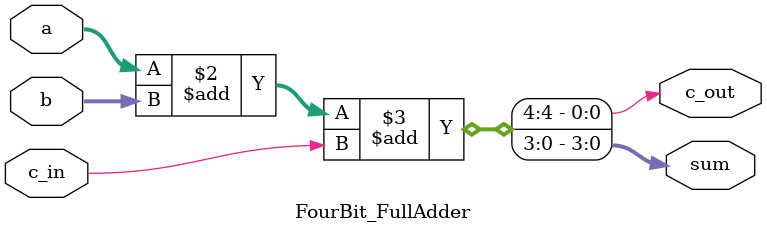
<source format=v>
module FourBit_FullAdder (a, b, c_in, c_out, sum);

input [3:0] a;
input [3:0] b;
input c_in;
output c_out;
output [3:0] sum;

always @(a or b or c_in)
begin
	{c_out, sum} = a + b + c_in;
end
endmodule	
</source>
